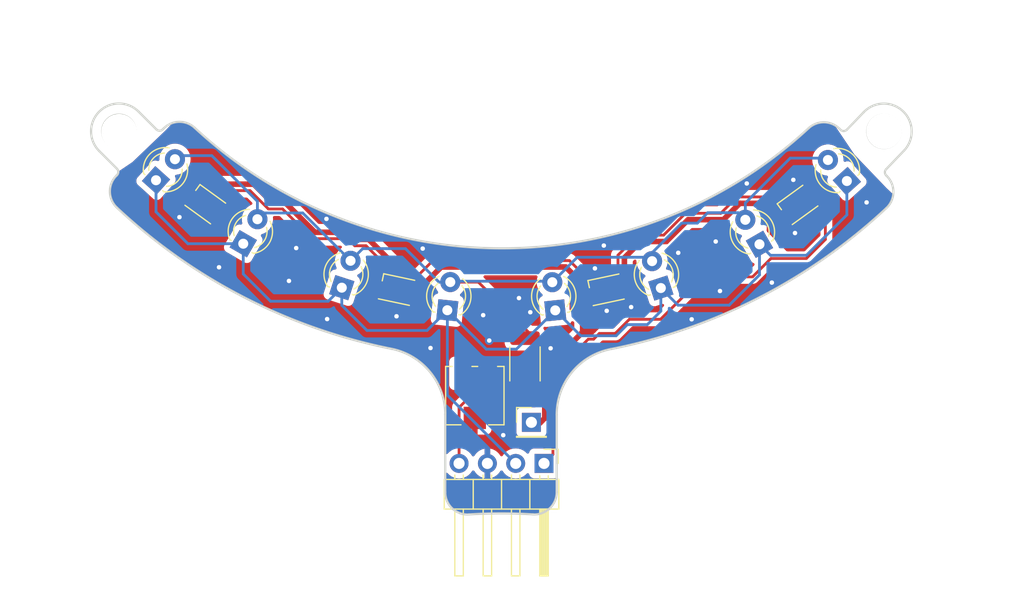
<source format=kicad_pcb>
(kicad_pcb (version 20221018) (generator pcbnew)
  (layers (0 "F.Cu" signal) (31 "B.Cu" signal) (34 "B.Paste" user) (35 "F.Paste" user) (36 "B.SilkS" user "B.Silkscreen") (37 "F.SilkS" user "F.Silkscreen") (38 "B.Mask" user) (39 "F.Mask" user) (44 "Edge.Cuts" user))
  (net 0 "")
  (net 1 "GND")
  (net 2 "+5V")
  (net 3 "/PWM")
  (net 4 "+3.3V")
  (net 5 "/S")
  (net 6 "Net-(Q1-E)")
  (net 9 "Net-(D1-DIN)")
  (net 10 "Net-(D2-DOUT)")
  (net 11 "Net-(D2-DIN)")
  (footprint "LED_THT:LED_D3.0mm_Clear" (layer "F.Cu") (at 145.824541 105.733707 60)
    (fp_text reference "Q2" hide)
    (fp_text value "Q_Photo_NPN")
    (fp_line (start -0.29 -1.236) (end -0.29 -1.08) (stroke (width 0.12)) (layer "F.SilkS"))
    (fp_line (start -0.29 1.08) (end -0.29 1.236) (stroke (width 0.12)) (layer "F.SilkS"))
    (fp_arc (start -0.29 -1.235516) (mid 1.366487 -1.987659) (end 2.942335 -1.078608) (stroke (width 0.12)) (layer "F.SilkS"))
    (fp_arc (start 0.229039 -1.08) (mid 1.270117 -1.5) (end 2.31113 -1.079837) (stroke (width 0.12)) (layer "F.SilkS"))
    (fp_arc (start 2.31113 1.079837) (mid 1.270117 1.5) (end 0.229039 1.08) (stroke (width 0.12)) (layer "F.SilkS"))
    (fp_arc (start 2.942335 1.078608) (mid 1.366487 1.987659) (end -0.29 1.235516) (stroke (width 0.12)) (layer "F.SilkS"))
    (pad "1" thru_hole rect (at 0 0 60) (size 1.8 1.8) (drill 0.9) (layers "*.Cu" "*.Mask") (net 4 "+3.3V"))
    (pad "2" thru_hole circle (at 2.54 0 60) (size 1.8 1.8) (drill 0.9) (layers "*.Cu" "*.Mask") (net 6 "Net-(Q1-E)"))
  )
  (footprint "LED_SMD:LED_WS2812B-2020_PLCC4_2.0x2.0mm" (layer "F.Cu") (at 178.373754 109.873192 12)
    (fp_text reference "D2" hide)
    (fp_text value "NeoPixel_THT")
    (fp_line (start -1.42 -1.15) (end -1.42 -0.5) (stroke (width 0.12)) (layer "F.SilkS"))
    (fp_line (start -1.42 -1.15) (end 1.42 -1.15) (stroke (width 0.12)) (layer "F.SilkS"))
    (fp_line (start -1.42 1.15) (end 1.42 1.15) (stroke (width 0.12)) (layer "F.SilkS"))
    (pad "1" smd rect (at -0.915 -0.55 12) (size 0.7 0.7) (layers "F.Cu" "F.Paste" "F.Mask") (net 10 "Net-(D2-DOUT)"))
    (pad "2" smd rect (at -0.915 0.55 12) (size 0.7 0.7) (layers "F.Cu" "F.Paste" "F.Mask") (net 1 "GND"))
    (pad "3" smd rect (at 0.915 0.55 12) (size 0.7 0.7) (layers "F.Cu" "F.Paste" "F.Mask") (net 2 "+5V"))
    (pad "4" smd rect (at 0.915 -0.55 12) (size 0.7 0.7) (layers "F.Cu" "F.Paste" "F.Mask") (net 11 "Net-(D2-DIN)"))
  )
  (footprint "LED_SMD:LED_WS2812B-2020_PLCC4_2.0x2.0mm" (layer "F.Cu") (at 195.552919 102.248442 36)
    (fp_text reference "D3" hide)
    (fp_text value "NeoPixel_THT")
    (fp_line (start -1.42 -1.15) (end -1.42 -0.5) (stroke (width 0.12)) (layer "F.SilkS"))
    (fp_line (start -1.42 -1.15) (end 1.42 -1.15) (stroke (width 0.12)) (layer "F.SilkS"))
    (fp_line (start -1.42 1.15) (end 1.42 1.15) (stroke (width 0.12)) (layer "F.SilkS"))
    (pad "1" smd rect (at -0.915 -0.55 36) (size 0.7 0.7) (layers "F.Cu" "F.Paste" "F.Mask") (net 11 "Net-(D2-DIN)"))
    (pad "2" smd rect (at -0.915 0.55 36) (size 0.7 0.7) (layers "F.Cu" "F.Paste" "F.Mask") (net 1 "GND"))
    (pad "3" smd rect (at 0.915 0.55 36) (size 0.7 0.7) (layers "F.Cu" "F.Paste" "F.Mask") (net 2 "+5V"))
    (pad "4" smd rect (at 0.915 -0.55 36) (size 0.7 0.7) (layers "F.Cu" "F.Paste" "F.Mask") (net 3 "/PWM"))
  )
  (footprint "MountingHole:MountingHole_3.2mm_M3" (layer "F.Cu") (at 203.327 95.631)
    (fp_text reference "REF**" hide)
    (fp_text value "MountingHole_3.2mm_M3")
    (pad "" np_thru_hole circle (at 0 0) (size 3.2 3.2) (drill 3.2) (layers "F&B.Cu" "*.Mask"))
  )
  (footprint "Potentiometer_SMD:Potentiometer_Vishay_TS53YJ_Vertical" (layer "F.Cu") (at 166.6 119.375 90)
    (fp_text reference "RV2" hide)
    (fp_text value "R_Potentiometer_Trim_US")
    (fp_line (start -2.62 -2.62) (end -2.62 -1.24) (stroke (width 0.12)) (layer "F.SilkS"))
    (fp_line (start -2.62 -2.62) (end 2.62 -2.62) (stroke (width 0.12)) (layer "F.SilkS"))
    (fp_line (start -2.62 1.24) (end -2.62 2.62) (stroke (width 0.12)) (layer "F.SilkS"))
    (fp_line (start -2.62 2.62) (end 2.62 2.62) (stroke (width 0.12)) (layer "F.SilkS"))
    (fp_line (start 2.62 -2.62) (end 2.62 -2.039) (stroke (width 0.12)) (layer "F.SilkS"))
    (fp_line (start 2.62 -0.26) (end 2.62 0.26) (stroke (width 0.12)) (layer "F.SilkS"))
    (fp_line (start 2.62 2.04) (end 2.62 2.62) (stroke (width 0.12)) (layer "F.SilkS"))
    (pad "1" smd rect (at 2 -1.15 90) (size 2 1.3) (layers "F.Cu" "F.Paste" "F.Mask"))
    (pad "2" smd rect (at -2 0 90) (size 2 2) (layers "F.Cu" "F.Paste" "F.Mask") (net 1 "GND"))
    (pad "3" smd rect (at 2 1.15 90) (size 2 1.3) (layers "F.Cu" "F.Paste" "F.Mask") (net 5 "/S"))
  )
  (footprint "LED_SMD:LED_WS2812B-2020_PLCC4_2.0x2.0mm" (layer "F.Cu") (at 159.578541 109.851352 -12)
    (fp_text reference "D5" hide)
    (fp_text value "NeoPixel_THT")
    (fp_line (start -1.42 -1.15) (end -1.42 -0.5) (stroke (width 0.12)) (layer "F.SilkS"))
    (fp_line (start -1.42 -1.15) (end 1.42 -1.15) (stroke (width 0.12)) (layer "F.SilkS"))
    (fp_line (start -1.42 1.15) (end 1.42 1.15) (stroke (width 0.12)) (layer "F.SilkS"))
    (pad "1" smd rect (at -0.915 -0.55 348) (size 0.7 0.7) (layers "F.Cu" "F.Paste" "F.Mask") (net 9 "Net-(D1-DIN)"))
    (pad "2" smd rect (at -0.915 0.55 348) (size 0.7 0.7) (layers "F.Cu" "F.Paste" "F.Mask") (net 1 "GND"))
    (pad "3" smd rect (at 0.915 0.55 348) (size 0.7 0.7) (layers "F.Cu" "F.Paste" "F.Mask") (net 2 "+5V"))
    (pad "4" smd rect (at 0.915 -0.55 348) (size 0.7 0.7) (layers "F.Cu" "F.Paste" "F.Mask") (net 10 "Net-(D2-DOUT)"))
  )
  (footprint "LED_THT:LED_D3.0mm_Clear" (layer "F.Cu") (at 154.665451 109.681953 72)
    (fp_text reference "Q8" hide)
    (fp_text value "Q_Photo_NPN")
    (fp_line (start -0.29 -1.236) (end -0.29 -1.08) (stroke (width 0.12)) (layer "F.SilkS"))
    (fp_line (start -0.29 1.08) (end -0.29 1.236) (stroke (width 0.12)) (layer "F.SilkS"))
    (fp_arc (start -0.29 -1.235516) (mid 1.366487 -1.987659) (end 2.942335 -1.078608) (stroke (width 0.12)) (layer "F.SilkS"))
    (fp_arc (start 0.229039 -1.08) (mid 1.270117 -1.5) (end 2.31113 -1.079837) (stroke (width 0.12)) (layer "F.SilkS"))
    (fp_arc (start 2.31113 1.079837) (mid 1.270117 1.5) (end 0.229039 1.08) (stroke (width 0.12)) (layer "F.SilkS"))
    (fp_arc (start 2.942335 1.078608) (mid 1.366487 1.987659) (end -0.29 1.235516) (stroke (width 0.12)) (layer "F.SilkS"))
    (pad "1" thru_hole rect (at 0 0 72) (size 1.8 1.8) (drill 0.9) (layers "*.Cu" "*.Mask") (net 4 "+3.3V"))
    (pad "2" thru_hole circle (at 2.54 0 72) (size 1.8 1.8) (drill 0.9) (layers "*.Cu" "*.Mask") (net 6 "Net-(Q1-E)"))
  )
  (footprint "Connector_PinHeader_2.54mm:PinHeader_1x04_P2.54mm_Horizontal" (layer "F.Cu") (at 172.807507 125.462255 -90)
    (fp_text reference "J2" hide)
    (fp_text value "Conn_01x04_Pin")
    (fp_line (start -1.27 -1.27) (end 0 -1.27) (stroke (width 0.12)) (layer "F.SilkS"))
    (fp_line (start -1.27 0) (end -1.27 -1.27) (stroke (width 0.12)) (layer "F.SilkS"))
    (fp_line (start 1.042929 2.16) (end 1.44 2.16) (stroke (width 0.12)) (layer "F.SilkS"))
    (fp_line (start 1.042929 2.92) (end 1.44 2.92) (stroke (width 0.12)) (layer "F.SilkS"))
    (fp_line (start 1.042929 4.7) (end 1.44 4.7) (stroke (width 0.12)) (layer "F.SilkS"))
    (fp_line (start 1.042929 5.46) (end 1.44 5.46) (stroke (width 0.12)) (layer "F.SilkS"))
    (fp_line (start 1.042929 7.24) (end 1.44 7.24) (stroke (width 0.12)) (layer "F.SilkS"))
    (fp_line (start 1.042929 8) (end 1.44 8) (stroke (width 0.12)) (layer "F.SilkS"))
    (fp_line (start 1.11 -0.38) (end 1.44 -0.38) (stroke (width 0.12)) (layer "F.SilkS"))
    (fp_line (start 1.11 0.38) (end 1.44 0.38) (stroke (width 0.12)) (layer "F.SilkS"))
    (fp_line (start 1.44 -1.33) (end 1.44 8.95) (stroke (width 0.12)) (layer "F.SilkS"))
    (fp_line (start 1.44 1.27) (end 4.1 1.27) (stroke (width 0.12)) (layer "F.SilkS"))
    (fp_line (start 1.44 3.81) (end 4.1 3.81) (stroke (width 0.12)) (layer "F.SilkS"))
    (fp_line (start 1.44 6.35) (end 4.1 6.35) (stroke (width 0.12)) (layer "F.SilkS"))
    (fp_line (start 1.44 8.95) (end 4.1 8.95) (stroke (width 0.12)) (layer "F.SilkS"))
    (fp_line (start 4.1 -1.33) (end 1.44 -1.33) (stroke (width 0.12)) (layer "F.SilkS"))
    (fp_line (start 4.1 -0.38) (end 10.1 -0.38) (stroke (width 0.12)) (layer "F.SilkS"))
    (fp_line (start 4.1 -0.32) (end 10.1 -0.32) (stroke (width 0.12)) (layer "F.SilkS"))
    (fp_line (start 4.1 -0.2) (end 10.1 -0.2) (stroke (width 0.12)) (layer "F.SilkS"))
    (fp_line (start 4.1 -0.08) (end 10.1 -0.08) (stroke (width 0.12)) (layer "F.SilkS"))
    (fp_line (start 4.1 0.04) (end 10.1 0.04) (stroke (width 0.12)) (layer "F.SilkS"))
    (fp_line (start 4.1 0.16) (end 10.1 0.16) (stroke (width 0.12)) (layer "F.SilkS"))
    (fp_line (start 4.1 0.28) (end 10.1 0.28) (stroke (width 0.12)) (layer "F.SilkS"))
    (fp_line (start 4.1 2.16) (end 10.1 2.16) (stroke (width 0.12)) (layer "F.SilkS"))
    (fp_line (start 4.1 4.7) (end 10.1 4.7) (stroke (width 0.12)) (layer "F.SilkS"))
    (fp_line (start 4.1 7.24) (end 10.1 7.24) (stroke (width 0.12)) (layer "F.SilkS"))
    (fp_line (start 4.1 8.95) (end 4.1 -1.33) (stroke (width 0.12)) (layer "F.SilkS"))
    (fp_line (start 10.1 -0.38) (end 10.1 0.38) (stroke (width 0.12)) (layer "F.SilkS"))
    (fp_line (start 10.1 0.38) (end 4.1 0.38) (stroke (width 0.12)) (layer "F.SilkS"))
    (fp_line (start 10.1 2.16) (end 10.1 2.92) (stroke (width 0.12)) (layer "F.SilkS"))
    (fp_line (start 10.1 2.92) (end 4.1 2.92) (stroke (width 0.12)) (layer "F.SilkS"))
    (fp_line (start 10.1 4.7) (end 10.1 5.46) (stroke (width 0.12)) (layer "F.SilkS"))
    (fp_line (start 10.1 5.46) (end 4.1 5.46) (stroke (width 0.12)) (layer "F.SilkS"))
    (fp_line (start 10.1 7.24) (end 10.1 8) (stroke (width 0.12)) (layer "F.SilkS"))
    (fp_line (start 10.1 8) (end 4.1 8) (stroke (width 0.12)) (layer "F.SilkS"))
    (pad "1" thru_hole rect (at 0 0 270) (size 1.7 1.7) (drill 1) (layers "*.Cu" "*.Mask") (net 3 "/PWM"))
    (pad "2" thru_hole oval (at 0 2.54 270) (size 1.7 1.7) (drill 1) (layers "*.Cu" "*.Mask") (net 4 "+3.3V"))
    (pad "3" thru_hole oval (at 0 5.08 270) (size 1.7 1.7) (drill 1) (layers "*.Cu" "*.Mask") (net 1 "GND"))
    (pad "4" thru_hole oval (at 0 7.62 270) (size 1.7 1.7) (drill 1) (layers "*.Cu" "*.Mask") (net 5 "/S"))
  )
  (footprint "LED_THT:LED_D3.0mm_Clear" (layer "F.Cu") (at 137.997712 100.033611 48)
    (fp_text reference "Q7" hide)
    (fp_text value "Q_Photo_NPN")
    (fp_line (start -0.29 -1.236) (end -0.29 -1.08) (stroke (width 0.12)) (layer "F.SilkS"))
    (fp_line (start -0.29 1.08) (end -0.29 1.236) (stroke (width 0.12)) (layer "F.SilkS"))
    (fp_arc (start -0.29 -1.235516) (mid 1.366487 -1.987659) (end 2.942335 -1.078608) (stroke (width 0.12)) (layer "F.SilkS"))
    (fp_arc (start 0.229039 -1.08) (mid 1.270118 -1.5) (end 2.31113 -1.079837) (stroke (width 0.12)) (layer "F.SilkS"))
    (fp_arc (start 2.31113 1.079837) (mid 1.270117 1.5) (end 0.229039 1.08) (stroke (width 0.12)) (layer "F.SilkS"))
    (fp_arc (start 2.942335 1.078608) (mid 1.366487 1.987659) (end -0.29 1.235516) (stroke (width 0.12)) (layer "F.SilkS"))
    (pad "1" thru_hole rect (at 0 0 48) (size 1.8 1.8) (drill 0.9) (layers "*.Cu" "*.Mask") (net 4 "+3.3V"))
    (pad "2" thru_hole circle (at 2.54 0 48) (size 1.8 1.8) (drill 0.9) (layers "*.Cu" "*.Mask") (net 6 "Net-(Q1-E)"))
  )
  (footprint "LED_THT:LED_D3.0mm_Clear" (layer "F.Cu") (at 183.28969 109.714413 108)
    (fp_text reference "Q4" hide)
    (fp_text value "Q_Photo_NPN")
    (fp_line (start -0.29 -1.236) (end -0.29 -1.08) (stroke (width 0.12)) (layer "F.SilkS"))
    (fp_line (start -0.29 1.08) (end -0.29 1.236) (stroke (width 0.12)) (layer "F.SilkS"))
    (fp_arc (start -0.29 -1.235516) (mid 1.366488 -1.987659) (end 2.942335 -1.078608) (stroke (width 0.12)) (layer "F.SilkS"))
    (fp_arc (start 0.229039 -1.08) (mid 1.270118 -1.5) (end 2.31113 -1.079837) (stroke (width 0.12)) (layer "F.SilkS"))
    (fp_arc (start 2.31113 1.079837) (mid 1.270118 1.5) (end 0.229039 1.08) (stroke (width 0.12)) (layer "F.SilkS"))
    (fp_arc (start 2.942335 1.078608) (mid 1.366488 1.987659) (end -0.29 1.235516) (stroke (width 0.12)) (layer "F.SilkS"))
    (pad "1" thru_hole rect (at 0 0 108) (size 1.8 1.8) (drill 0.9) (layers "*.Cu" "*.Mask") (net 4 "+3.3V"))
    (pad "2" thru_hole circle (at 2.54 0 108) (size 1.8 1.8) (drill 0.9) (layers "*.Cu" "*.Mask") (net 6 "Net-(Q1-E)"))
  )
  (footprint "LED_THT:LED_D3.0mm_Clear" (layer "F.Cu") (at 164.134053 111.705792 84)
    (fp_text reference "Q9" hide)
    (fp_text value "Q_Photo_NPN")
    (fp_line (start -0.29 -1.236) (end -0.29 -1.08) (stroke (width 0.12)) (layer "F.SilkS"))
    (fp_line (start -0.29 1.08) (end -0.29 1.236) (stroke (width 0.12)) (layer "F.SilkS"))
    (fp_arc (start -0.29 -1.235516) (mid 1.366487 -1.987659) (end 2.942335 -1.078608) (stroke (width 0.12)) (layer "F.SilkS"))
    (fp_arc (start 0.229039 -1.08) (mid 1.270117 -1.5) (end 2.31113 -1.079837) (stroke (width 0.12)) (layer "F.SilkS"))
    (fp_arc (start 2.31113 1.079837) (mid 1.270118 1.5) (end 0.229039 1.08) (stroke (width 0.12)) (layer "F.SilkS"))
    (fp_arc (start 2.942335 1.078608) (mid 1.366487 1.987659) (end -0.29 1.235516) (stroke (width 0.12)) (layer "F.SilkS"))
    (pad "1" thru_hole rect (at 0 0 84) (size 1.8 1.8) (drill 0.9) (layers "*.Cu" "*.Mask") (net 4 "+3.3V"))
    (pad "2" thru_hole circle (at 2.54 0 84) (size 1.8 1.8) (drill 0.9) (layers "*.Cu" "*.Mask") (net 6 "Net-(Q1-E)"))
  )
  (footprint "Connector_PinHeader_2.54mm:PinHeader_1x01_P2.54mm_Vertical" (layer "F.Cu") (at 171.675 121.775)
    (fp_text reference "J3" hide)
    (fp_text value "Conn_01x01_Pin")
    (fp_line (start -1.33 -1.33) (end 0 -1.33) (stroke (width 0.12)) (layer "F.SilkS"))
    (fp_line (start -1.33 0) (end -1.33 -1.33) (stroke (width 0.12)) (layer "F.SilkS"))
    (fp_line (start -1.33 1.27) (end -1.33 1.33) (stroke (width 0.12)) (layer "F.SilkS"))
    (fp_line (start -1.33 1.27) (end 1.33 1.27) (stroke (width 0.12)) (layer "F.SilkS"))
    (fp_line (start -1.33 1.33) (end 1.33 1.33) (stroke (width 0.12)) (layer "F.SilkS"))
    (fp_line (start 1.33 1.27) (end 1.33 1.33) (stroke (width 0.12)) (layer "F.SilkS"))
    (pad "1" thru_hole rect (at 0 0) (size 1.7 1.7) (drill 1) (layers "*.Cu" "*.Mask") (net 2 "+5V"))
  )
  (footprint "LED_THT:LED_D3.0mm_Clear" (layer "F.Cu") (at 199.979269 100.103899 132)
    (fp_text reference "Q10" hide)
    (fp_text value "Q_Photo_NPN")
    (fp_line (start -0.29 -1.236) (end -0.29 -1.08) (stroke (width 0.12)) (layer "F.SilkS"))
    (fp_line (start -0.29 1.08) (end -0.29 1.236) (stroke (width 0.12)) (layer "F.SilkS"))
    (fp_arc (start -0.29 -1.235516) (mid 1.366488 -1.987659) (end 2.942335 -1.078608) (stroke (width 0.12)) (layer "F.SilkS"))
    (fp_arc (start 0.229039 -1.08) (mid 1.270117 -1.5) (end 2.31113 -1.079837) (stroke (width 0.12)) (layer "F.SilkS"))
    (fp_arc (start 2.31113 1.079837) (mid 1.270117 1.5) (end 0.229039 1.08) (stroke (width 0.12)) (layer "F.SilkS"))
    (fp_arc (start 2.942335 1.078608) (mid 1.366488 1.987659) (end -0.29 1.235516) (stroke (width 0.12)) (layer "F.SilkS"))
    (pad "1" thru_hole rect (at 0 0 132) (size 1.8 1.8) (drill 0.9) (layers "*.Cu" "*.Mask") (net 4 "+3.3V"))
    (pad "2" thru_hole circle (at 2.54 0 132) (size 1.8 1.8) (drill 0.9) (layers "*.Cu" "*.Mask") (net 6 "Net-(Q1-E)"))
  )
  (footprint "LED_THT:LED_D3.0mm_Clear" (layer "F.Cu") (at 173.816523 111.716772 96)
    (fp_text reference "Q3" hide)
    (fp_text value "Q_Photo_NPN")
    (fp_line (start -0.29 -1.236) (end -0.29 -1.08) (stroke (width 0.12)) (layer "F.SilkS"))
    (fp_line (start -0.29 1.08) (end -0.29 1.236) (stroke (width 0.12)) (layer "F.SilkS"))
    (fp_arc (start -0.29 -1.235516) (mid 1.366487 -1.987659) (end 2.942335 -1.078608) (stroke (width 0.12)) (layer "F.SilkS"))
    (fp_arc (start 0.229039 -1.08) (mid 1.270117 -1.5) (end 2.31113 -1.079837) (stroke (width 0.12)) (layer "F.SilkS"))
    (fp_arc (start 2.31113 1.079837) (mid 1.270118 1.5) (end 0.229039 1.08) (stroke (width 0.12)) (layer "F.SilkS"))
    (fp_arc (start 2.942335 1.078608) (mid 1.366487 1.987659) (end -0.29 1.235516) (stroke (width 0.12)) (layer "F.SilkS"))
    (pad "1" thru_hole rect (at 0 0 96) (size 1.8 1.8) (drill 0.9) (layers "*.Cu" "*.Mask") (net 4 "+3.3V"))
    (pad "2" thru_hole circle (at 2.54 0 96) (size 1.8 1.8) (drill 0.9) (layers "*.Cu" "*.Mask") (net 6 "Net-(Q1-E)"))
  )
  (footprint "LED_THT:LED_D3.0mm_Clear" (layer "F.Cu") (at 192.139532 105.786229 120)
    (fp_text reference "Q1" hide)
    (fp_text value "Q_Photo_NPN")
    (fp_line (start -0.29 -1.236) (end -0.29 -1.08) (stroke (width 0.12)) (layer "F.SilkS"))
    (fp_line (start -0.29 1.08) (end -0.29 1.236) (stroke (width 0.12)) (layer "F.SilkS"))
    (fp_arc (start -0.29 -1.235516) (mid 1.366488 -1.987659) (end 2.942335 -1.078608) (stroke (width 0.12)) (layer "F.SilkS"))
    (fp_arc (start 0.229039 -1.08) (mid 1.270118 -1.5) (end 2.31113 -1.079837) (stroke (width 0.12)) (layer "F.SilkS"))
    (fp_arc (start 2.31113 1.079837) (mid 1.270118 1.5) (end 0.229039 1.08) (stroke (width 0.12)) (layer "F.SilkS"))
    (fp_arc (start 2.942335 1.078608) (mid 1.366487 1.987659) (end -0.29 1.235516) (stroke (width 0.12)) (layer "F.SilkS"))
    (pad "1" thru_hole rect (at 0 0 120) (size 1.8 1.8) (drill 0.9) (layers "*.Cu" "*.Mask") (net 4 "+3.3V"))
    (pad "2" thru_hole circle (at 2.54 0 120) (size 1.8 1.8) (drill 0.9) (layers "*.Cu" "*.Mask") (net 6 "Net-(Q1-E)"))
  )
  (footprint "MountingHole:MountingHole_3.2mm_M3" (layer "F.Cu") (at 134.6962 95.7072)
    (fp_text reference "REF**" hide)
    (fp_text value "MountingHole_3.2mm_M3")
    (pad "" np_thru_hole circle (at 0 0) (size 3.2 3.2) (drill 3.2) (layers "*.Cu" "*.Mask"))
  )
  (footprint "LED_SMD:LED_WS2812B-2020_PLCC4_2.0x2.0mm" (layer "F.Cu") (at 142.417143 102.186698 -36)
    (fp_text reference "D1" hide)
    (fp_text value "NeoPixel_THT")
    (fp_line (start -1.42 -1.15) (end -1.42 -0.5) (stroke (width 0.12)) (layer "F.SilkS"))
    (fp_line (start -1.42 -1.15) (end 1.42 -1.15) (stroke (width 0.12)) (layer "F.SilkS"))
    (fp_line (start -1.42 1.15) (end 1.42 1.15) (stroke (width 0.12)) (layer "F.SilkS"))
    (pad "1" smd rect (at -0.915 -0.55 324) (size 0.7 0.7) (layers "F.Cu" "F.Paste" "F.Mask"))
    (pad "2" smd rect (at -0.915 0.55 324) (size 0.7 0.7) (layers "F.Cu" "F.Paste" "F.Mask") (net 1 "GND"))
    (pad "3" smd rect (at 0.915 0.55 324) (size 0.7 0.7) (layers "F.Cu" "F.Paste" "F.Mask") (net 2 "+5V"))
    (pad "4" smd rect (at 0.915 -0.55 324) (size 0.7 0.7) (layers "F.Cu" "F.Paste" "F.Mask") (net 9 "Net-(D1-DIN)"))
  )
  (footprint "Resistor_SMD:R_2010_5025Metric" (layer "F.Cu") (at 171.1 116.525 90)
    (fp_text reference "R8" hide)
    (fp_text value "1K")
    (fp_line (start -1.527064 -1.36) (end 1.527064 -1.36) (stroke (width 0.12)) (layer "F.SilkS"))
    (fp_line (start -1.527064 1.36) (end 1.527064 1.36) (stroke (width 0.12)) (layer "F.SilkS"))
    (pad "1" smd roundrect (at -2.3125 0 90) (size 1.225 2.65) (layers "F.Cu" "F.Paste" "F.Mask") (roundrect_rratio 0.2040816327) (net 5 "/S"))
    (pad "2" smd roundrect (at 2.3125 0 90) (size 1.225 2.65) (layers "F.Cu" "F.Paste" "F.Mask") (roundrect_rratio 0.2040816327) (net 6 "Net-(Q1-E)"))
  )
  (gr_arc (start 134.492418 102.49531) (mid 133.860407 101.068442) (end 134.445932 99.621877) (stroke (width 0.2)) (layer "Edge.Cuts"))
  (gr_arc (start 196.548323 95.362893) (mid 197.945655 94.830562) (end 199.321588 95.415983) (stroke (width 0.2)) (layer "Edge.Cuts"))
  (gr_arc (start 203.566952 99.661346) (mid 204.152457 101.109102) (end 203.518727 102.536407) (stroke (width 0.2)) (layer "Edge.Cuts"))
  (gr_line (start 201.500672 93.912117) (end 199.978444 95.495938) (stroke (width 0.2)) (layer "Edge.Cuts"))
  (gr_arc (start 138.691105 95.376704) (mid 140.068398 94.791258) (end 141.466363 95.325463) (stroke (width 0.2)) (layer "Edge.Cuts"))
  (gr_arc (start 173.945892 121.085005) (mid 175.311412 117.274287) (end 178.786419 115.198102) (stroke (width 0.2)) (layer "Edge.Cuts"))
  (gr_arc (start 196.548323 95.362893) (mid 169 106.15) (end 141.466363 95.325463) (stroke (width 0.2)) (layer "Edge.Cuts"))
  (gr_arc (start 201.500672 93.912117) (mid 205.035507 93.842023) (end 205.105608 97.376859) (stroke (width 0.2)) (layer "Edge.Cuts"))
  (gr_circle (center 203.30314 95.644488) (end 204.80314 95.644488) (stroke (width 0.2)) (fill none) (layer "Edge.Cuts"))
  (gr_line (start 203.50368 99.043605) (end 205.105608 97.376859) (stroke (width 0.2)) (layer "Edge.Cuts"))
  (gr_line (start 134.496188 99.571621) (end 134.445932 99.621877) (stroke (width 0.2)) (layer "Edge.Cuts"))
  (gr_line (start 132.902507 97.412255) (end 134.496188 99.005935) (stroke (width 0.2)) (layer "Edge.Cuts"))
  (gr_arc (start 166.075289 130.04341) (mid 168.94755 129.949147) (end 171.81997 130.038412) (stroke (width 0.2)) (layer "Edge.Cuts"))
  (gr_arc (start 203.509232 99.603627) (mid 203.392136 99.324762) (end 203.50368 99.043605) (stroke (width 0.2)) (layer "Edge.Cuts"))
  (gr_arc (start 199.978444 95.495938) (mid 199.694002 95.61876) (end 199.407207 95.501601) (stroke (width 0.2)) (layer "Edge.Cuts"))
  (gr_line (start 138.031722 95.470401) (end 136.438041 93.876721) (stroke (width 0.2)) (layer "Edge.Cuts"))
  (gr_line (start 138.691105 95.376704) (end 138.597407 95.470401) (stroke (width 0.2)) (layer "Edge.Cuts"))
  (gr_line (start 173.945892 128.04238) (end 173.945892 121.085005) (stroke (width 0.2)) (layer "Edge.Cuts"))
  (gr_arc (start 138.597407 95.470401) (mid 138.314564 95.587559) (end 138.031722 95.470401) (stroke (width 0.2)) (layer "Edge.Cuts"))
  (gr_arc (start 159.122703 115.169138) (mid 145.921609 110.553979) (end 134.492418 102.49531) (stroke (width 0.2)) (layer "Edge.Cuts"))
  (gr_line (start 199.407207 95.501601) (end 199.321588 95.415983) (stroke (width 0.2)) (layer "Edge.Cuts"))
  (gr_arc (start 132.902507 97.412255) (mid 132.902507 93.876721) (end 136.438041 93.876721) (stroke (width 0.2)) (layer "Edge.Cuts"))
  (gr_line (start 203.566952 99.661346) (end 203.509232 99.603627) (stroke (width 0.2)) (layer "Edge.Cuts"))
  (gr_line (start 163.945892 121.0526) (end 163.945892 128.047601) (stroke (width 0.2)) (layer "Edge.Cuts"))
  (gr_circle (center 134.670274 95.644488) (end 136.170274 95.644488) (stroke (width 0.2)) (fill none) (layer "Edge.Cuts"))
  (gr_arc (start 173.945892 128.04238) (mid 173.314861 129.500432) (end 171.81997 130.038412) (stroke (width 0.2)) (layer "Edge.Cuts"))
  (gr_arc (start 203.518727 102.536407) (mid 192.040508 110.601673) (end 178.786419 115.198102) (stroke (width 0.2)) (layer "Edge.Cuts"))
  (gr_arc (start 134.496188 99.005935) (mid 134.613345 99.288778) (end 134.496188 99.571621) (stroke (width 0.2)) (layer "Edge.Cuts"))
  (gr_arc (start 159.122703 115.169138) (mid 162.585982 117.248711) (end 163.945892 121.0526) (stroke (width 0.2)) (layer "Edge.Cuts"))
  (gr_arc (start 166.075289 130.04341) (mid 164.578192 129.506846) (end 163.945892 128.047601) (stroke (width 0.2)) (layer "Edge.Cuts"))
  (segment (start 158.569185 110.199094) (end 158.569185 110.255815) (width 0.5) (layer "F.Cu") (net 1))
  (via (at 159.575 112.25) (size 0.8) (drill 0.4) (layers "F.Cu" "B.Cu") (net 1))
  (via (at 180.625 111.425) (size 0.8) (drill 0.4) (layers "F.Cu" "B.Cu") (net 1))
  (via (at 177.375 107.95) (size 0.8) (drill 0.4) (layers "F.Cu" "B.Cu") (net 1))
  (via (at 193.25 109.225) (size 0.8) (drill 0.4) (layers "F.Cu" "B.Cu") (net 1))
  (via (at 178.435 111.76) (size 0.8) (drill 0.4) (layers "F.Cu" "B.Cu") (net 1))
  (via (at 153.289 103.505) (size 0.8) (drill 0.4) (layers "F.Cu" "B.Cu") (net 1))
  (via (at 153.35 112.5) (size 0.8) (drill 0.4) (layers "F.Cu" "B.Cu") (net 1))
  (via (at 171.577 111.887) (size 0.8) (drill 0.4) (layers "F.Cu" "B.Cu") (net 1))
  (via (at 150.575 106.125) (size 0.8) (drill 0.4) (layers "F.Cu" "B.Cu") (net 1))
  (via (at 162.625 115.1) (size 0.8) (drill 0.4) (layers "F.Cu" "B.Cu") (net 1))
  (via (at 191 100.325) (size 0.8) (drill 0.4) (layers "F.Cu" "B.Cu") (net 1))
  (via (at 186.055 112.522) (size 0.8) (drill 0.4) (layers "F.Cu" "B.Cu") (net 1))
  (via (at 167.894 114.427) (size 0.8) (drill 0.4) (layers "F.Cu" "B.Cu") (net 1))
  (via (at 178.175 105.9) (size 0.8) (drill 0.4) (layers "F.Cu" "B.Cu") (net 1))
  (via (at 167.35 112.15) (size 0.8) (drill 0.4) (layers "F.Cu" "B.Cu") (net 1))
  (via (at 149.925 109.075) (size 0.8) (drill 0.4) (layers "F.Cu" "B.Cu") (net 1))
  (via (at 170.561 110.617) (size 0.8) (drill 0.4) (layers "F.Cu" "B.Cu") (net 1))
  (via (at 140.1 103.35) (size 0.8) (drill 0.4) (layers "F.Cu" "B.Cu") (net 1))
  (via (at 195.326 104.775) (size 0.8) (drill 0.4) (layers "F.Cu" "B.Cu") (net 1))
  (via (at 184.85 106.55) (size 0.8) (drill 0.4) (layers "F.Cu" "B.Cu") (net 1))
  (via (at 188.214 105.537) (size 0.8) (drill 0.4) (layers "F.Cu" "B.Cu") (net 1))
  (via (at 161.925 106.172) (size 0.8) (drill 0.4) (layers "F.Cu" "B.Cu") (net 1))
  (via (at 173.4 115.125) (size 0.8) (drill 0.4) (layers "F.Cu" "B.Cu") (net 1))
  (via (at 195.175 100) (size 0.8) (drill 0.4) (layers "F.Cu" "B.Cu") (net 1))
  (via (at 188.595 109.982) (size 0.8) (drill 0.4) (layers "F.Cu" "B.Cu") (net 1))
  (via (at 169.15 122.925) (size 0.8) (drill 0.4) (layers "F.Cu" "B.Cu") (net 1))
  (via (at 143.65 107.85) (size 0.8) (drill 0.4) (layers "F.Cu" "B.Cu") (net 1))
  (via (at 201.75 102.025) (size 0.8) (drill 0.4) (layers "F.Cu" "B.Cu") (net 1))
  (segment (start 161.550804 109.861804) (end 160.833035 110.579572) (width 0.5) (layer "F.Cu") (net 2))
  (segment (start 159.722776 109.959589) (end 159.722776 107.982604) (width 0.5) (layer "F.Cu") (net 2))
  (segment (start 159.722776 107.982604) (end 157.083172 105.343) (width 0.5) (layer "F.Cu") (net 2))
  (segment (start 172.875 117.066) (end 176.2125 113.7285) (width 0.5) (layer "F.Cu") (net 2))
  (segment (start 177.673 113.075) (end 178.975 113.075) (width 0.5) (layer "F.Cu") (net 2))
  (segment (start 175.35 108.421) (end 174.752 107.823) (width 0.5) (layer "F.Cu") (net 2))
  (segment (start 178.975 113.075) (end 179.38311 112.66689) (width 0.5) (layer "F.Cu") (net 2))
  (segment (start 176.866 113.075) (end 176.4215 112.6305) (width 0.5) (layer "F.Cu") (net 2))
  (segment (start 176.784 113.7285) (end 176.784 113.456) (width 0.5) (layer "F.Cu") (net 2))
  (segment (start 176.276 113.665) (end 176.866 113.075) (width 0.5) (layer "F.Cu") (net 2))
  (segment (start 196.088 106.172) (end 197.358 104.902) (width 0.5) (layer "F.Cu") (net 2))
  (segment (start 193.04 104.521) (end 194.691 106.172) (width 0.5) (layer "F.Cu") (net 2))
  (segment (start 176.276 112.485) (end 175.9135 112.1225) (width 0.5) (layer "F.Cu") (net 2))
  (segment (start 142.494 101.981) (end 142.494 102.829369) (width 0.5) (layer "F.Cu") (net 2))
  (segment (start 163.589608 107.823) (end 161.550804 109.861804) (width 0.5) (layer "F.Cu") (net 2))
  (segment (start 176.276 113.03) (end 176.276 112.776) (width 0.5) (layer "F.Cu") (net 2))
  (segment (start 176.276 113.03) (end 176.276 112.485) (width 0.5) (layer "F.Cu") (net 2))
  (segment (start 194.691 106.172) (end 196.088 106.172) (width 0.5) (layer "F.Cu") (net 2))
  (segment (start 177.251 113.497) (end 177.673 113.075) (width 0.5) (layer "F.Cu") (net 2))
  (segment (start 176.276 112.776) (end 176.4215 112.6305) (width 0.5) (layer "F.Cu") (net 2))
  (segment (start 142.666794 103.002163) (end 142.834112 103.169481) (width 0.25) (layer "F.Cu") (net 2))
  (segment (start 172.5 121.775) (end 172.875 121.4) (width 0.5) (layer "F.Cu") (net 2))
  (segment (start 177.419 113.075) (end 177.673 113.075) (width 0.5) (layer "F.Cu") (net 2))
  (segment (start 185.738172 103.575) (end 188.906 103.575) (width 0.5) (layer "F.Cu") (net 2))
  (segment (start 148.163777 101.787) (end 146.766777 100.39) (width 0.5) (layer "F.Cu") (net 2))
  (segment (start 160.656259 110.579572) (end 160.359195 110.579572) (width 0.25) (layer "F.Cu") (net 2))
  (segment (start 188.906 103.575) (end 190.373 102.108) (width 0.5) (layer "F.Cu") (net 2))
  (segment (start 177.0195 113.7285) (end 177.251 113.497) (width 0.5) (layer "F.Cu") (net 2))
  (segment (start 175.35 111.559) (end 175.35 108.421) (width 0.5) (layer "F.Cu") (net 2))
  (segment (start 176.4215 112.6305) (end 175.9135 112.1225) (width 0.5) (layer "F.Cu") (net 2))
  (segment (start 160.342759 110.579572) (end 159.722776 109.959589) (width 0.5) (layer "F.Cu") (net 2))
  (segment (start 175.9135 112.1225) (end 175.35 111.559) (width 0.5) (layer "F.Cu") (net 2))
  (segment (start 152.257173 104.708) (end 149.336173 101.787) (width 0.5) (layer "F.Cu") (net 2))
  (segment (start 183.776172 105.537) (end 185.738172 103.575) (width 0.5) (layer "F.Cu") (net 2))
  (segment (start 156.067172 105.343) (end 155.432173 104.708) (width 0.5) (layer "F.Cu") (net 2))
  (segment (start 144.085 100.39) (end 142.494 101.981) (width 0.5) (layer "F.Cu") (net 2))
  (segment (start 176.276 113.665) (end 176.276 113.03) (width 0.5) (layer "F.Cu") (net 2))
  (segment (start 160.359195 110.579572) (end 160.342759 110.579572) (width 0.5) (layer "F.Cu") (net 2))
  (segment (start 176.784 113.7285) (end 177.0195 113.7285) (width 0.5) (layer "F.Cu") (net 2))
  (segment (start 171.75 121.85) (end 172.425 121.85) (width 0.5) (layer "F.Cu") (net 2))
  (segment (start 179.399546 110.220934) (end 180.019529 109.600951) (width 0.5) (layer "F.Cu") (net 2))
  (segment (start 157.083172 105.343) (end 156.067172 105.343) (width 0.5) (layer "F.Cu") (net 2))
  (segment (start 171.675 121.775) (end 171.75 121.85) (width 0.5) (layer "F.Cu") (net 2))
  (segment (start 149.336173 101.787) (end 148.163777 101.787) (width 0.5) (layer "F.Cu") (net 2))
  (segment (start 197.358 102.897127) (end 196.616451 102.155578) (width 0.5) (layer "F.Cu") (net 2))
  (segment (start 176.866 113.075) (end 177.165 113.075) (width 0.5) (layer "F.Cu") (net 2))
  (segment (start 161.043876 110.368731) (end 161.550804 109.861804) (width 0.5) (layer "F.Cu") (net 2))
  (segment (start 142.494 102.829369) (end 142.834112 103.169481) (width 0.5) (layer "F.Cu") (net 2))
  (segment (start 176.784 113.456) (end 177.165 113.075) (width 0.5) (layer "F.Cu") (net 2))
  (segment (start 179.38311 112.66689) (end 179.38311 110.220934) (width 0.5) (layer "F.Cu") (net 2))
  (segment (start 197.358 104.902) (end 197.358 102.897127) (width 0.5) (layer "F.Cu") (net 2))
  (segment (start 146.766777 100.39) (end 144.085 100.39) (width 0.5) (layer "F.Cu") (net 2))
  (segment (start 176.784 113.7285) (end 176.2125 113.7285) (width 0.5) (layer "F.Cu") (net 2))
  (segment (start 172.875 121.4) (end 172.875 117.066) (width 0.5) (layer "F.Cu") (net 2))
  (segment (start 174.752 107.823) (end 163.589608 107.823) (width 0.5) (layer "F.Cu") (net 2))
  (segment (start 180.019529 109.600951) (end 180.019529 107.000471) (width 0.5) (layer "F.Cu") (net 2))
  (segment (start 171.675 121.775) (end 172.5 121.775) (width 0.5) (layer "F.Cu") (net 2))
  (segment (start 155.432173 104.708) (end 152.257173 104.708) (width 0.5) (layer "F.Cu") (net 2))
  (segment (start 176.2125 113.7285) (end 176.276 113.665) (width 0.5) (layer "F.Cu") (net 2))
  (segment (start 181.483 105.537) (end 183.776172 105.537) (width 0.5) (layer "F.Cu") (net 2))
  (segment (start 179.38311 110.220934) (end 179.399546 110.220934) (width 0.5) (layer "F.Cu") (net 2))
  (segment (start 177.165 113.075) (end 177.419 113.075) (width 0.5) (layer "F.Cu") (net 2))
  (segment (start 193.04 103.115) (end 193.04 104.521) (width 0.5) (layer "F.Cu") (net 2))
  (segment (start 190.373 102.108) (end 192.033 102.108) (width 0.5) (layer "F.Cu") (net 2))
  (segment (start 160.833035 110.579572) (end 160.359195 110.579572) (width 0.5) (layer "F.Cu") (net 2))
  (segment (start 192.033 102.108) (end 193.04 103.115) (width 0.5) (layer "F.Cu") (net 2))
  (segment (start 180.019529 107.000471) (end 181.483 105.537) (width 0.5) (layer "F.Cu") (net 2))
  (segment (start 195.969888 101.265659) (end 196.135547 101.1) (width 0.25) (layer "F.Cu") (net 3))
  (segment (start 180.467 112.522) (end 179.197 113.792) (width 0.25) (layer "F.Cu") (net 3))
  (segment (start 187.071 108.712) (end 183.261 112.522) (width 0.25) (layer "F.Cu") (net 3))
  (segment (start 177.258086 114.303086) (end 176.780914 114.303086) (width 0.25) (layer "F.Cu") (net 3))
  (segment (start 177.769172 113.792) (end 177.258086 114.303086) (width 0.25) (layer "F.Cu") (net 3))
  (segment (start 198.05 101.911) (end 198.05 105.353) (width 0.25) (layer "F.Cu") (net 3))
  (segment (start 196.342 107.061) (end 193.167 107.061) (width 0.25) (layer "F.Cu") (net 3))
  (segment (start 191.516 108.712) (end 187.071 108.712) (width 0.25) (layer "F.Cu") (net 3))
  (segment (start 173.609 124.660762) (end 172.807507 125.462255) (width 0.25) (layer "F.Cu") (net 3))
  (segment (start 197.239 101.1) (end 198.05 101.911) (width 0.25) (layer "F.Cu") (net 3))
  (segment (start 176.780914 114.303086) (end 173.609 117.475) (width 0.25) (layer "F.Cu") (net 3))
  (segment (start 173.609 117.475) (end 173.609 124.660762) (width 0.25) (layer "F.Cu") (net 3))
  (segment (start 196.135547 101.1) (end 197.239 101.1) (width 0.25) (layer "F.Cu") (net 3))
  (segment (start 193.167 107.061) (end 191.516 108.712) (width 0.25) (layer "F.Cu") (net 3))
  (segment (start 183.261 112.522) (end 180.467 112.522) (width 0.25) (layer "F.Cu") (net 3))
  (segment (start 179.197 113.792) (end 177.769172 113.792) (width 0.25) (layer "F.Cu") (net 3))
  (segment (start 198.05 105.353) (end 196.342 107.061) (width 0.25) (layer "F.Cu") (net 3))
  (segment (start 162.314845 113.525) (end 164.134053 111.705792) (width 0.25) (layer "B.Cu") (net 4))
  (segment (start 180.275 113) (end 182.075 113) (width 0.25) (layer "B.Cu") (net 4))
  (segment (start 137.997712 100.033611) (end 137.997712 102.872712) (width 0.25) (layer "B.Cu") (net 4))
  (segment (start 193.128303 106.775) (end 196.35 106.775) (width 0.25) (layer "B.Cu") (net 4))
  (segment (start 154.665451 111.265451) (end 156.925 113.525) (width 0.25) (layer "B.Cu") (net 4))
  (segment (start 176.1 114) (end 179.275 114) (width 0.25) (layer "B.Cu") (net 4))
  (segment (start 154.665451 109.681953) (end 154.665451 111.265451) (width 0.25) (layer "B.Cu") (net 4))
  (segment (start 196.35 106.775) (end 199.979269 103.145731) (width 0.25) (layer "B.Cu") (net 4))
  (segment (start 179.275 114) (end 180.275 113) (width 0.25) (layer "B.Cu") (net 4))
  (segment (start 164.134053 119.328801) (end 170.267507 125.462255) (width 0.25) (layer "B.Cu") (net 4))
  (segment (start 170.333295 115.2) (end 173.816523 111.716772) (width 0.25) (layer "B.Cu") (net 4))
  (segment (start 192.139532 105.786229) (end 193.128303 106.775) (width 0.25) (layer "B.Cu") (net 4))
  (segment (start 192.139532 108.535468) (end 192.139532 105.786229) (width 0.25) (layer "B.Cu") (net 4))
  (segment (start 145.824541 108.449541) (end 148.275 110.9) (width 0.25) (layer "B.Cu") (net 4))
  (segment (start 189.425 111.25) (end 192.139532 108.535468) (width 0.25) (layer "B.Cu") (net 4))
  (segment (start 164.134053 111.705792) (end 164.134053 119.328801) (width 0.25) (layer "B.Cu") (net 4))
  (segment (start 145.824541 105.733707) (end 145.824541 108.449541) (width 0.25) (layer "B.Cu") (net 4))
  (segment (start 175.324751 113.225) (end 175.325 113.225) (width 0.25) (layer "B.Cu") (net 4))
  (segment (start 183.28969 111.78531) (end 183.28969 109.714413) (width 0.25) (layer "B.Cu") (net 4))
  (segment (start 164.134053 111.705792) (end 167.628261 115.2) (width 0.25) (layer "B.Cu") (net 4))
  (segment (start 167.628261 115.2) (end 170.333295 115.2) (width 0.25) (layer "B.Cu") (net 4))
  (segment (start 183.28969 109.714413) (end 184.825277 111.25) (width 0.25) (layer "B.Cu") (net 4))
  (segment (start 173.816523 111.716772) (end 175.324751 113.225) (width 0.25) (layer "B.Cu") (net 4))
  (segment (start 175.325 113.225) (end 176.1 114) (width 0.25) (layer "B.Cu") (net 4))
  (segment (start 153.447404 110.9) (end 154.665451 109.681953) (width 0.25) (layer "B.Cu") (net 4))
  (segment (start 184.825277 111.25) (end 189.425 111.25) (width 0.25) (layer "B.Cu") (net 4))
  (segment (start 140.858707 105.733707) (end 145.824541 105.733707) (width 0.25) (layer "B.Cu") (net 4))
  (segment (start 156.925 113.525) (end 162.314845 113.525) (width 0.25) (layer "B.Cu") (net 4))
  (segment (start 199.979269 103.145731) (end 199.979269 100.103899) (width 0.25) (layer "B.Cu") (net 4))
  (segment (start 137.997712 102.872712) (end 140.858707 105.733707) (width 0.25) (layer "B.Cu") (net 4))
  (segment (start 182.075 113) (end 183.28969 111.78531) (width 0.25) (layer "B.Cu") (net 4))
  (segment (start 148.275 110.9) (end 153.447404 110.9) (width 0.25) (layer "B.Cu") (net 4))
  (segment (start 172 118.8875) (end 170.4625 117.35) (width 0.25) (layer "F.Cu") (net 5))
  (segment (start 168.275 117.35) (end 165.187507 120.437493) (width 0.25) (layer "F.Cu") (net 5))
  (segment (start 170.4625 117.35) (end 168.275 117.35) (width 0.25) (layer "F.Cu") (net 5))
  (segment (start 165.187507 120.437493) (end 165.187507 125.462255) (width 0.25) (layer "F.Cu") (net 5))
  (segment (start 172 114.2625) (end 166.917206 109.179706) (width 0.25) (layer "F.Cu") (net 6))
  (segment (start 166.917206 109.179706) (end 164.399555 109.179706) (width 0.25) (layer "F.Cu") (net 6))
  (segment (start 143 97.825) (end 140.018327 97.825) (width 0.25) (layer "B.Cu") (net 6))
  (segment (start 164.479261 109.1) (end 164.399555 109.179706) (width 0.25) (layer "B.Cu") (net 6))
  (segment (start 198.113366 98.05) (end 198.279677 98.216311) (width 0.25) (layer "B.Cu") (net 6))
  (segment (start 155.450354 107.266269) (end 151.159085 102.975) (width 0.25) (layer "B.Cu") (net 6))
  (segment (start 190.869532 102.080468) (end 194.9 98.05) (width 0.25) (layer "B.Cu") (net 6))
  (segment (start 147.094541 103.534002) (end 147.094541 101.919541) (width 0.25) (layer "B.Cu") (net 6))
  (segment (start 151.159085 102.975) (end 147.653543 102.975) (width 0.25) (layer "B.Cu") (net 6))
  (segment (start 182.504787 107.298729) (end 182.504787 106.545213) (width 0.25) (layer "B.Cu") (net 6))
  (segment (start 194.9 98.05) (end 198.113366 98.05) (width 0.25) (layer "B.Cu") (net 6))
  (segment (start 173.460335 109.1) (end 164.479261 109.1) (width 0.25) (layer "B.Cu") (net 6))
  (segment (start 190.869532 103.586524) (end 190.869532 102.080468) (width 0.25) (layer "B.Cu") (net 6))
  (segment (start 163.379706 109.179706) (end 160.375 106.175) (width 0.25) (layer "B.Cu") (net 6))
  (segment (start 182.156058 106.95) (end 182.504787 107.298729) (width 0.25) (layer "B.Cu") (net 6))
  (segment (start 185.164 103.886) (end 186.563 103.886) (width 0.25) (layer "B.Cu") (net 6))
  (segment (start 173.551021 109.190686) (end 175.791707 106.95) (width 0.25) (layer "B.Cu") (net 6))
  (segment (start 173.551021 109.190686) (end 173.460335 109.1) (width 0.25) (layer "B.Cu") (net 6))
  (segment (start 182.504787 106.545213) (end 185.164 103.886) (width 0.25) (layer "B.Cu") (net 6))
  (segment (start 175.791707 106.95) (end 182.156058 106.95) (width 0.25) (layer "B.Cu") (net 6))
  (segment (start 190.233008 102.95) (end 190.869532 103.586524) (width 0.25) (layer "B.Cu") (net 6))
  (segment (start 140.018327 97.825) (end 139.697304 98.146023) (width 0.25) (layer "B.Cu") (net 6))
  (segment (start 186.563 103.886) (end 187.499 102.95) (width 0.25) (layer "B.Cu") (net 6))
  (segment (start 156.541623 106.175) (end 155.450354 107.266269) (width 0.25) (layer "B.Cu") (net 6))
  (segment (start 187.499 102.95) (end 190.233008 102.95) (width 0.25) (layer "B.Cu") (net 6))
  (segment (start 164.399555 109.179706) (end 163.379706 109.179706) (width 0.25) (layer "B.Cu") (net 6))
  (segment (start 147.653543 102.975) (end 147.094541 103.534002) (width 0.25) (layer "B.Cu") (net 6))
  (segment (start 147.094541 101.919541) (end 143 97.825) (width 0.25) (layer "B.Cu") (net 6))
  (segment (start 160.375 106.175) (end 156.541623 106.175) (width 0.25) (layer "B.Cu") (net 6))
  (segment (start 143.480675 102.279562) (end 143.480675 102.137325) (width 0.25) (layer "F.Cu") (net 9))
  (segment (start 158.797887 107.870887) (end 158.797887 109.123132) (width 0.25) (layer "F.Cu") (net 9))
  (segment (start 143.480675 102.137325) (end 144.653 100.965) (width 0.25) (layer "F.Cu") (net 9))
  (segment (start 155.829 105.918) (end 156.845 105.918) (width 0.25) (layer "F.Cu") (net 9))
  (segment (start 156.845 105.918) (end 158.797887 107.870887) (width 0.25) (layer "F.Cu") (net 9))
  (segment (start 155.194 105.283) (end 155.829 105.918) (width 0.25) (layer "F.Cu") (net 9))
  (segment (start 152.019 105.283) (end 155.194 105.283) (width 0.25) (layer "F.Cu") (net 9))
  (segment (start 144.653 100.965) (end 146.431 100.965) (width 0.25) (layer "F.Cu") (net 9))
  (segment (start 148.082 102.616) (end 149.352 102.616) (width 0.25) (layer "F.Cu") (net 9))
  (segment (start 146.431 100.965) (end 148.082 102.616) (width 0.25) (layer "F.Cu") (net 9))
  (segment (start 149.352 102.616) (end 152.019 105.283) (width 0.25) (layer "F.Cu") (net 9))
  (segment (start 162.843507 107.248) (end 175.086948 107.248) (width 0.25) (layer "F.Cu") (net 10))
  (segment (start 175.086948 107.248) (end 177.364398 109.52545) (width 0.25) (layer "F.Cu") (net 10))
  (segment (start 160.587897 109.50361) (end 162.843507 107.248) (width 0.25) (layer "F.Cu") (net 10))
  (segment (start 179.444529 108.854851) (end 179.154408 109.144972) (width 0.25) (layer "F.Cu") (net 11))
  (segment (start 194.489387 102.341306) (end 193.681081 101.533) (width 0.25) (layer "F.Cu") (net 11))
  (segment (start 179.444529 106.762299) (end 179.444529 108.854851) (width 0.25) (layer "F.Cu") (net 11))
  (segment (start 181.244828 104.962) (end 179.444529 106.762299) (width 0.25) (layer "F.Cu") (net 11))
  (segment (start 190.134827 101.533) (end 188.667828 103) (width 0.25) (layer "F.Cu") (net 11))
  (segment (start 183.538 104.962) (end 181.244828 104.962) (width 0.25) (layer "F.Cu") (net 11))
  (segment (start 193.681081 101.533) (end 190.134827 101.533) (width 0.25) (layer "F.Cu") (net 11))
  (segment (start 188.667828 103) (end 185.5 103) (width 0.25) (layer "F.Cu") (net 11))
  (segment (start 185.5 103) (end 183.538 104.962) (width 0.25) (layer "F.Cu") (net 11))
  (zone (net 0) (net_name "") (layers "F&B.Cu") (connect_pads (clearance 0)) (min_thickness 0.25)
    (keepout (tracks not_allowed) (vias not_allowed) (pads not_allowed) (copperpour not_allowed) (footprints allowed))
    (fill (thermal_gap 0.5) (thermal_bridge_width 0.5))
    (polygon (pts (xy 200.66 97.7392) (xy 203.5556 100.7618) (xy 204.7748 101.9048) (xy 209.5246 93.8784) (xy 196.977 92.2782) (xy 200.66 97.7392)))
  )
  (zone (net 0) (net_name "") (layers "F&B.Cu") (connect_pads (clearance 0)) (min_thickness 0.25)
    (keepout (tracks not_allowed) (vias not_allowed) (pads not_allowed) (copperpour not_allowed) (footprints allowed))
    (fill (thermal_gap 0.5) (thermal_bridge_width 0.5))
    (polygon (pts (xy 135.885255 98.404959) (xy 138.907855 95.509359) (xy 140.050855 94.290159) (xy 132.024455 89.540359) (xy 130.424255 102.087959)))
  )
  (zone (net 1) (net_name "GND") (layers "F&B.Cu") (connect_pads (clearance 0.5)) (min_thickness 0.25) (fill yes (thermal_gap 0.5) (thermal_bridge_width 0.5))
    (polygon (pts (xy 124.725 83.85) (xy 124 136.2) (xy 214.7 137.45) (xy 215.875 84.825)))
  )
)
</source>
